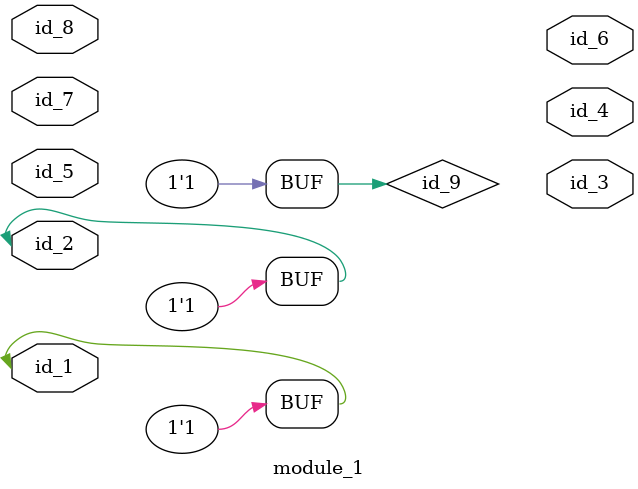
<source format=v>
module module_0;
  assign id_1 = 1;
  wor id_4;
  assign id_1 = id_2 ? 1 : id_3;
  wire id_5;
  wire id_6;
  wire id_7;
  function id_8(output id_9);
    $display(id_7, 1);
    id_4 = 1;
  endfunction
endmodule
module module_1 (
    id_1,
    id_2,
    id_3,
    id_4,
    id_5,
    id_6,
    id_7,
    id_8
);
  input wire id_8;
  input wire id_7;
  output wire id_6;
  inout wire id_5;
  output wire id_4;
  output wire id_3;
  inout wire id_2;
  inout wire id_1;
  assign id_1 = 1;
  assign id_2 = 1;
  supply1 id_9;
  wire id_10;
  wire id_12;
  module_0 modCall_1 ();
  wire id_13;
endmodule

</source>
